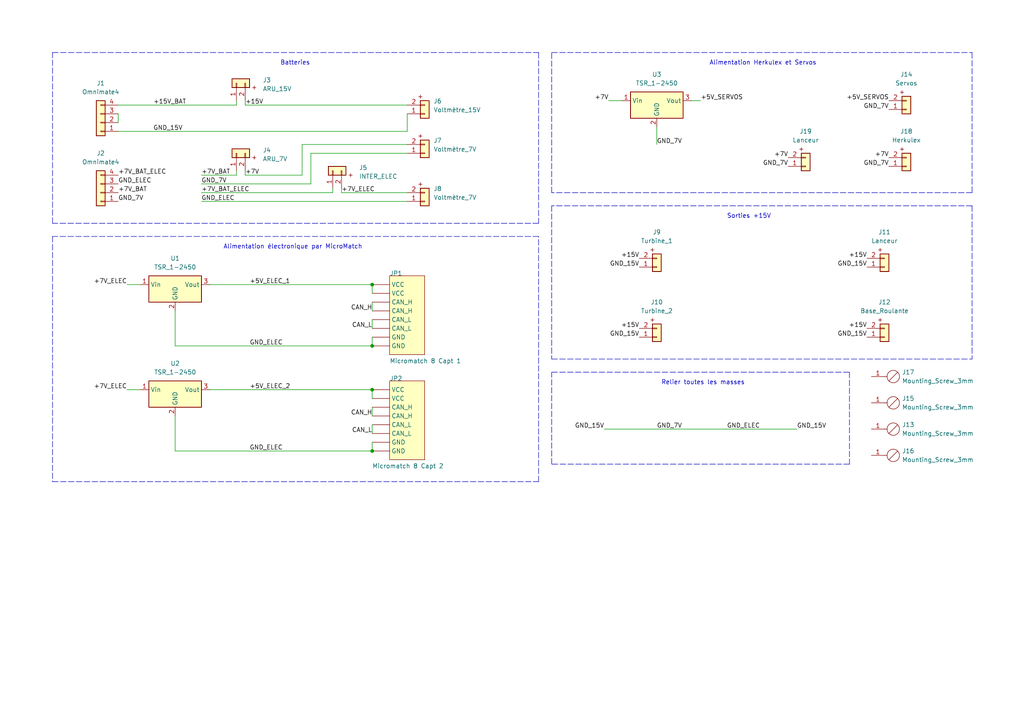
<source format=kicad_sch>
(kicad_sch (version 20211123) (generator eeschema)
  (paper "A4")
  (lib_symbols
    (symbol "Regulator_Switching:TSR_1-2450"
      (property "Reference" "U" (at -7.62 6.35 0))
      (property "Value" "TSR_1-2450" (at -1.27 6.35 0))
      (symbol "TSR_1-2450_0_1"
        (rectangle (start -7.62 5.08) (end 7.62 -2.54) (stroke (width 0.254)) (fill (type background)))
      )
      (symbol "TSR_1-2450_1_1"
        (pin power_in line (at -10.16 2.54 0) (length 2.54) (name "Vin") (number "1"))
        (pin power_in line (at 0 -5.08 90) (length 2.54) (name "GND") (number "2"))
        (pin power_out line (at 10.16 2.54 180) (length 2.54) (name "Vout") (number "3"))
      )
    )
    (symbol "SymbGamelGe2_v6:Mounting_Screw_3mm" (pin_names (offset 1.016) hide)
      (property "Reference" "J" (at 0 2.54 0))
      (property "Value" "Mounting_Screw_3mm" (at 1.27 -2.54 0))
      (symbol "Mounting_Screw_3mm_0_1"
        (polyline (pts (xy 0 -1.27) (xy 2.54 1.27)))
        (circle (center 1.27 0) (radius 1.8034))
      )
      (symbol "Mounting_Screw_3mm_1_1"
        (polyline (pts (xy -1.27 0) (xy -0.508 0)) (stroke (width 0.1524)))
        (pin passive line (at -5.08 0 0) (length 3.81) (name "Pin_1") (number "1"))
      )
    )
    (symbol "SymbGamelGe2_v6:Omnimate2" (pin_names (offset 1.016) hide)
      (property "Reference" "J" (at -1.27 2.54 0))
      (property "Value" "Omnimate2" (at 0 -5.08 0))
      (symbol "Omnimate2_0_0"
        (text "+" (at 1.27 2.54 0) (effects (font (size 1.27 1.27))))
      )
      (symbol "Omnimate2_1_1"
        (rectangle (start -1.27 1.27) (end 1.27 -3.81) (stroke (width 0.254)) (fill (type background)))
        (rectangle (start 0 -2.413) (end 1.27 -2.667) (stroke (width 0.1524)))
        (rectangle (start 0 0.127) (end 1.27 -0.127) (stroke (width 0.1524)))
        (pin passive line (at 5.08 -2.54 180) (length 3.81) (name "Pin_1") (number "1"))
        (pin passive line (at 5.08 0 180) (length 3.81) (name "Pin_2") (number "2"))
      )
    )
    (symbol "SymbGamelGe2_v6:Omnimate4" (pin_names (offset 1.016) hide)
      (property "Reference" "J" (at 0 5.08 0))
      (property "Value" "Omnimate4" (at 0 -7.62 0))
      (symbol "Omnimate4_1_1"
        (rectangle (start -1.27 -4.953) (end 0 -5.207) (stroke (width 0.1524)))
        (rectangle (start -1.27 -2.413) (end 0 -2.667) (stroke (width 0.1524)))
        (rectangle (start -1.27 0.127) (end 0 -0.127) (stroke (width 0.1524)))
        (rectangle (start -1.27 2.667) (end 0 2.413) (stroke (width 0.1524)))
        (rectangle (start -1.27 3.81) (end 1.27 -6.35) (stroke (width 0.254)) (fill (type background)))
        (pin passive line (at -5.08 2.54 0) (length 3.81) (name "Pin_1") (number "1"))
        (pin passive line (at -5.08 0 0) (length 3.81) (name "Pin_2") (number "2"))
        (pin passive line (at -5.08 -2.54 0) (length 3.81) (name "Pin_3") (number "3"))
        (pin passive line (at -5.08 -5.08 0) (length 3.81) (name "Pin_4") (number "4"))
      )
    )
    (symbol "WifiCAN-altium-import:0_Conn. - CAN"
      (property "Value" "0_Conn. - CAN" (at 0 0 0))
      (symbol "0_Conn. - CAN_1_0"
        (rectangle (start 15.24 5.08) (end 5.08 -17.78) (fill (type background)))
        (pin passive line (at 0 0 0) (length 5.08) (name "VCC") (number "1"))
        (pin passive line (at 0 -12.7 0) (length 5.08) (name "GND") (number "2"))
        (pin passive line (at 0 -10.16 0) (length 5.08) (name "CAN_L") (number "3"))
        (pin passive line (at 0 -5.08 0) (length 5.08) (name "CAN_H") (number "4"))
        (pin passive line (at 0 -2.54 0) (length 5.08) (name "CAN_H") (number "5"))
        (pin passive line (at 0 -7.62 0) (length 5.08) (name "CAN_L") (number "6"))
        (pin passive line (at 0 -15.24 0) (length 5.08) (name "GND") (number "7"))
        (pin passive line (at 0 2.54 0) (length 5.08) (name "VCC") (number "8"))
      )
    )
  )
  (junction (at 107.95 130.81))
  (junction (at 107.95 100.33))
  (junction (at 107.95 113.03))
  (junction (at 107.95 82.55))
  (wire (pts (xy 107.95 128.27) (xy 107.95 130.81)))
  (wire (pts (xy 90.17 44.45) (xy 90.17 53.34)))
  (polyline (pts (xy 281.94 59.69) (xy 281.94 104.14)))
  (polyline (pts (xy 281.94 59.69) (xy 160.02 59.69)))
  (wire (pts (xy 118.11 33.02) (xy 118.11 38.1)))
  (polyline (pts (xy 160.02 59.69) (xy 160.02 104.14)))
  (wire (pts (xy 34.29 30.48) (xy 68.58 30.48)))
  (wire (pts (xy 107.95 97.79) (xy 107.95 100.33)))
  (wire (pts (xy 58.42 50.8) (xy 68.58 50.8)))
  (wire (pts (xy 36.83 113.03) (xy 40.64 113.03)))
  (polyline (pts (xy 15.24 15.24) (xy 156.21 15.24)))
  (wire (pts (xy 71.12 30.48) (xy 118.11 30.48)))
  (wire (pts (xy 96.52 54.61) (xy 96.52 55.88)))
  (wire (pts (xy 50.8 100.33) (xy 107.95 100.33)))
  (polyline (pts (xy 160.02 107.95) (xy 246.38 107.95)))
  (wire (pts (xy 50.8 90.17) (xy 50.8 100.33)))
  (polyline (pts (xy 281.94 15.24) (xy 281.94 55.88)))
  (wire (pts (xy 87.63 50.8) (xy 71.12 50.8)))
  (polyline (pts (xy 15.24 64.77) (xy 15.24 15.24)))
  (wire (pts (xy 71.12 30.48) (xy 71.12 29.21)))
  (wire (pts (xy 99.06 55.88) (xy 99.06 54.61)))
  (wire (pts (xy 58.42 58.42) (xy 118.11 58.42)))
  (wire (pts (xy 107.95 123.19) (xy 107.95 125.73)))
  (polyline (pts (xy 15.24 139.7) (xy 156.21 139.7)))
  (polyline (pts (xy 246.38 107.95) (xy 246.38 134.62)))
  (polyline (pts (xy 156.21 64.77) (xy 15.24 64.77)))
  (polyline (pts (xy 156.21 139.7) (xy 156.21 68.58)))
  (wire (pts (xy 107.95 87.63) (xy 107.95 90.17)))
  (wire (pts (xy 34.29 38.1) (xy 118.11 38.1)))
  (wire (pts (xy 34.29 33.02) (xy 34.29 35.56)))
  (polyline (pts (xy 160.02 104.14) (xy 281.94 104.14)))
  (wire (pts (xy 118.11 44.45) (xy 90.17 44.45)))
  (wire (pts (xy 175.26 124.46) (xy 231.14 124.46)))
  (wire (pts (xy 107.95 113.03) (xy 107.95 115.57)))
  (polyline (pts (xy 156.21 68.58) (xy 15.24 68.58)))
  (wire (pts (xy 190.5 41.91) (xy 190.5 36.83)))
  (wire (pts (xy 68.58 29.21) (xy 68.58 30.48)))
  (polyline (pts (xy 281.94 55.88) (xy 160.02 55.88)))
  (polyline (pts (xy 160.02 134.62) (xy 160.02 107.95)))
  (wire (pts (xy 107.95 82.55) (xy 107.95 85.09)))
  (wire (pts (xy 36.83 82.55) (xy 40.64 82.55)))
  (wire (pts (xy 118.11 41.91) (xy 87.63 41.91)))
  (wire (pts (xy 60.96 82.55) (xy 107.95 82.55)))
  (wire (pts (xy 176.53 29.21) (xy 180.34 29.21)))
  (wire (pts (xy 107.95 118.11) (xy 107.95 120.65)))
  (wire (pts (xy 99.06 55.88) (xy 118.11 55.88)))
  (polyline (pts (xy 160.02 15.24) (xy 281.94 15.24)))
  (wire (pts (xy 50.8 120.65) (xy 50.8 130.81)))
  (wire (pts (xy 50.8 130.81) (xy 107.95 130.81)))
  (polyline (pts (xy 15.24 68.58) (xy 15.24 139.7)))
  (wire (pts (xy 71.12 49.53) (xy 71.12 50.8)))
  (wire (pts (xy 58.42 55.88) (xy 96.52 55.88)))
  (wire (pts (xy 107.95 92.71) (xy 107.95 95.25)))
  (polyline (pts (xy 246.38 134.62) (xy 160.02 134.62)))
  (polyline (pts (xy 160.02 55.88) (xy 160.02 15.24)))
  (polyline (pts (xy 156.21 15.24) (xy 156.21 64.77)))
  (wire (pts (xy 203.2 29.21) (xy 200.66 29.21)))
  (wire (pts (xy 58.42 53.34) (xy 90.17 53.34)))
  (wire (pts (xy 60.96 113.03) (xy 107.95 113.03)))
  (wire (pts (xy 87.63 41.91) (xy 87.63 50.8)))
  (wire (pts (xy 68.58 49.53) (xy 68.58 50.8)))
  (text "Alimentation Herkulex et Servos\n" (at 205.74 19.05 0) (effects (font (size 1.27 1.27)) (justify left bottom)))
  (text "Batteries\n" (at 81.28 19.05 0) (effects (font (size 1.27 1.27)) (justify left bottom)))
  (text "Sorties +15V\n" (at 210.82 63.5 0) (effects (font (size 1.27 1.27)) (justify left bottom)))
  (text "Relier toutes les masses" (at 191.77 111.76 0) (effects (font (size 1.27 1.27)) (justify left bottom)))
  (text "Alimentation électronique par MicroMatch" (at 64.77 72.39 0) (effects (font (size 1.27 1.27)) (justify left bottom)))
  (label "GND_7V" (at 58.42 53.34 0))
  (label "CAN_L" (at 107.95 95.25 180))
  (label "+7V_BAT" (at 58.42 50.8 0))
  (label "CAN_H" (at 107.95 120.65 180))
  (label "+15V" (at 71.12 30.48 0))
  (label "+7V_BAT" (at 34.29 55.88 0))
  (label "+7V_BAT_ELEC" (at 58.42 55.88 0))
  (label "+15V" (at 185.42 95.25 180))
  (label "GND_ELEC" (at 58.42 58.42 0))
  (label "CAN_L" (at 107.95 125.73 180))
  (label "+5V_ELEC_2" (at 72.39 113.03 0))
  (label "GND_15V" (at 175.26 124.46 180))
  (label "+7V" (at 176.53 29.21 180))
  (label "GND_ELEC" (at 210.82 124.46 0))
  (label "+15V" (at 251.46 95.25 180))
  (label "GND_ELEC" (at 72.39 100.33 0))
  (label "GND_7V" (at 34.29 58.42 0))
  (label "GND_15V" (at 185.42 97.79 180))
  (label "GND_15V" (at 185.42 77.47 180))
  (label "GND_7V" (at 257.81 31.75 180))
  (label "+5V_SERVOS" (at 203.2 29.21 0))
  (label "GND_15V" (at 251.46 77.47 180))
  (label "+7V" (at 228.6 45.72 180))
  (label "+7V_ELEC" (at 36.83 113.03 180))
  (label "GND_ELEC" (at 34.29 53.34 0))
  (label "GND_7V" (at 228.6 48.26 180))
  (label "GND_15V" (at 251.46 97.79 180))
  (label "+15V" (at 185.42 74.93 180))
  (label "+7V" (at 71.12 50.8 0))
  (label "GND_ELEC" (at 72.39 130.81 0))
  (label "+7V_ELEC" (at 99.06 55.88 0))
  (label "+7V_BAT_ELEC" (at 34.29 50.8 0))
  (label "+15V" (at 251.46 74.93 180))
  (label "+7V" (at 257.81 45.72 180))
  (label "GND_15V" (at 231.14 124.46 0))
  (label "GND_7V" (at 257.81 48.26 180))
  (label "+15V_BAT" (at 44.45 30.48 0))
  (label "+5V_ELEC_1" (at 72.39 82.55 0))
  (label "GND_7V" (at 190.5 41.91 0))
  (label "+7V_ELEC" (at 36.83 82.55 180))
  (label "CAN_H" (at 107.95 90.17 180))
  (label "GND_15V" (at 44.45 38.1 0))
  (label "+5V_SERVOS" (at 257.81 29.21 180))
  (label "GND_7V" (at 190.5 124.46 0))
  (symbol (lib_id "SymbGamelGe2_v6:Omnimate2") (at 256.54 95.25 0) (mirror y) (unit 1)
    (property "Reference" "J12" (at 256.54 87.63 0))
    (property "Value" "Base_Roulante" (at 256.54 90.17 0))
    (property "Footprint" "FootprintGamelGe2_v6:OmnimateSL-5,08_1x02_P5.08mm_Vertical" (effects hide))
  )
  (symbol (lib_id "Regulator_Switching:TSR_1-2450") (at 50.8 85.09 0) (unit 1)
    (property "Reference" "U1" (at 50.8 74.93 0))
    (property "Value" "TSR_1-2450" (at 50.8 77.47 0))
    (property "Footprint" "Converter_DCDC:Converter_DCDC_TRACO_TSR-1_THT" (effects hide))
    (property "Datasheet" "http://www.tracopower.com/products/tsr1.pdf" (effects hide))
  )
  (symbol (lib_id "SymbGamelGe2_v6:Mounting_Screw_3mm") (at 257.81 132.08 0) (unit 1)
    (property "Reference" "J16" (at 261.62 130.8099 0) (effects (justify left)))
    (property "Value" "Mounting_Screw_3mm" (at 261.62 133.3499 0) (effects (justify left)))
    (property "Footprint" "FootprintGamelGe2_v6:Mounting_Screw_3mm" (effects hide))
  )
  (symbol (lib_id "SymbGamelGe2_v6:Omnimate2") (at 190.5 95.25 0) (mirror y) (unit 1)
    (property "Reference" "J10" (at 190.5 87.63 0))
    (property "Value" "Turbine_2" (at 190.5 90.17 0))
    (property "Footprint" "FootprintGamelGe2_v6:OmnimateSL-5,08_1x02_P5.08mm_Vertical" (effects hide))
  )
  (symbol (lib_id "SymbGamelGe2_v6:Omnimate2") (at 256.54 74.93 0) (mirror y) (unit 1)
    (property "Reference" "J11" (at 256.54 67.31 0))
    (property "Value" "Lanceur" (at 256.54 69.85 0))
    (property "Footprint" "FootprintGamelGe2_v6:OmnimateSL-5,08_1x02_P5.08mm_Vertical" (effects hide))
  )
  (symbol (lib_id "SymbGamelGe2_v6:Mounting_Screw_3mm") (at 257.81 116.84 0) (unit 1)
    (property "Reference" "J15" (at 261.62 115.5699 0) (effects (justify left)))
    (property "Value" "Mounting_Screw_3mm" (at 261.62 118.1099 0) (effects (justify left)))
    (property "Footprint" "FootprintGamelGe2_v6:Mounting_Screw_3mm" (effects hide))
  )
  (symbol (lib_id "SymbGamelGe2_v6:Omnimate2") (at 262.89 29.21 0) (mirror y) (unit 1)
    (property "Reference" "J14" (at 262.89 21.59 0))
    (property "Value" "Servos" (at 262.89 24.13 0))
    (property "Footprint" "FootprintGamelGe2_v6:OmnimateSL-5,08_1x02_P5.08mm_Vertical" (effects hide))
  )
  (symbol (lib_id "WifiCAN-altium-import:0_Conn. - CAN") (at 107.95 115.57 0) (unit 1)
    (property "Reference" "JP2" (at 113.03 110.49 0) (effects (justify left bottom)))
    (property "Value" "Micromatch 8 Capt 2" (at 107.95 135.89 0) (effects (justify left bottom)))
    (property "Footprint" "MM 8 CMS F" (effects hide))
    (property "COMPONENTLINK1URL" "http://www.tycoelectronics.com/commerce/DocumentDelivery/DDEController?Action=srchrtrv&DocNm=215083&DocType=Customer+Drawing&DocLang=English" (effects hide))
    (property "COMPONENTLINK1DESCRIPTION" "Datasheet" (effects hide))
    (property "SUPPLIER 1" "Farnell" (effects hide))
    (property "SUPPLIER PART NUMBER 1" "3784733" (effects hide))
    (property "MANUFACTURER" "TE CONNECTIVITY / AMP" (effects hide))
    (property "MANUFACTURER PART NUMBER" "7-188275-8" (effects hide))
    (property "ROHS" "YES" (effects hide))
    (property "STOCK 1" "13392" (effects hide))
    (property "PRICING 1" "10=0,92, 250=0,72, 900=0,64 (EUR)" (effects hide))
    (property "SÉRIE" "Micro-MaTch" (effects hide))
    (property "PAS" "1.27" (effects hide))
    (property "NOMBRE DE RANGÉES" "1" (effects hide))
    (property "NOMBRE DE CONTACTS" "8" (effects hide))
    (property "GENRE" "Embase" (effects hide))
    (property "TERMINAISON DU CONTACT" "Montage en surface vertical" (effects hide))
    (property "PLAQUAGE DU CONTACT" "Tin" (effects hide))
    (property "MATÉRIAU DU CONTACT" "Bronze phosphoreux" (effects hide))
    (property "CONNECTOR TYPE" "Board to Board" (effects hide))
    (property "COURANT DE CONTACT" "1.5" (effects hide))
    (property "MATIÈRE, CONTACT" "Bronze phosphoreux" (effects hide))
    (property "MÉTHODE DE TERMINAISON" "Solder" (effects hide))
    (property "NOMBRE DE PÂLES" "8" (effects hide))
    (property "NOMBRE DE VOIES" "8" (effects hide))
    (property "NUMÉRO AWG MAX.." "28" (effects hide))
    (property "PLAQUAGE CONTACT" "Etain / Plomb" (effects hide))
    (property "RÉSISTANCE, CONTACT" "50" (effects hide))
    (property "TEMPÉRATURE DE FONCTIONNEMENT MAX.." "105" (effects hide))
    (property "TEMPÉRATURE D'UTILISATION MIN" "-40" (effects hide))
    (property "TENSION C.A." "230" (effects hide))
    (property "TYPE DE BOITIER" "Polyester chargé verre" (effects hide))
    (property "TYPE DE CONNECTEUR" "Carte-à-carte" (effects hide))
    (property "COMPONENTLINK2URL" "http://www.tycoelectronics.com/commerce/DocumentDelivery/DDEController?Action=srchrtrv&DocNm=7-188275-8&DocType=Customer+View+Model&DocLang=English" (effects hide))
    (property "COMPONENTLINK2DESCRIPTION" "http://www.tycoelectronics.com/commerce/DocumentDelivery/DDEController?Action=srchrtrv&DocNm=7-188275-8&DocType=Customer+View+Model&DocLang=English" (effects hide))
    (property "COMPONENTLINK3URL" "http://www.farnell.com/datasheets/102135.pdf" (effects hide))
    (property "COMPONENTLINK3DESCRIPTION" "http://www.farnell.com/datasheets/102135.pdf" (effects hide))
  )
  (symbol (lib_id "SymbGamelGe2_v6:Omnimate2") (at 123.19 55.88 0) (mirror y) (unit 1)
    (property "Reference" "J8" (at 125.73 54.7376 0) (effects (justify right)))
    (property "Value" "Voltmètre_7V" (at 125.73 57.2776 0) (effects (justify right)))
    (property "Footprint" "FootprintGamelGe2_v6:OmnimateSL-5,08_1x02_P5.08mm_Vertical" (effects hide))
  )
  (symbol (lib_id "SymbGamelGe2_v6:Omnimate2") (at 262.89 45.72 0) (mirror y) (unit 1)
    (property "Reference" "J18" (at 262.89 38.1 0))
    (property "Value" "Herkulex" (at 262.89 40.64 0))
    (property "Footprint" "FootprintGamelGe2_v6:OmnimateSL-5,08_1x02_P5.08mm_Vertical" (effects hide))
  )
  (symbol (lib_id "WifiCAN-altium-import:0_Conn. - CAN") (at 107.95 85.09 0) (unit 1)
    (property "Reference" "JP1" (at 113.03 80.01 0) (effects (justify left bottom)))
    (property "Value" "Micromatch 8 Capt 1" (at 113.03 105.41 0) (effects (justify left bottom)))
    (property "Footprint" "MM 8 CMS F" (effects hide))
    (property "COMPONENTLINK1URL" "http://www.tycoelectronics.com/commerce/DocumentDelivery/DDEController?Action=srchrtrv&DocNm=215083&DocType=Customer+Drawing&DocLang=English" (effects hide))
    (property "COMPONENTLINK1DESCRIPTION" "Datasheet" (effects hide))
    (property "SUPPLIER 1" "Farnell" (effects hide))
    (property "SUPPLIER PART NUMBER 1" "3784733" (effects hide))
    (property "MANUFACTURER" "TE CONNECTIVITY / AMP" (effects hide))
    (property "MANUFACTURER PART NUMBER" "7-188275-8" (effects hide))
    (property "ROHS" "YES" (effects hide))
    (property "STOCK 1" "13392" (effects hide))
    (property "PRICING 1" "10=0,92, 250=0,72, 900=0,64 (EUR)" (effects hide))
    (property "SÉRIE" "Micro-MaTch" (effects hide))
    (property "PAS" "1.27" (effects hide))
    (property "NOMBRE DE RANGÉES" "1" (effects hide))
    (property "NOMBRE DE CONTACTS" "8" (effects hide))
    (property "GENRE" "Embase" (effects hide))
    (property "TERMINAISON DU CONTACT" "Montage en surface vertical" (effects hide))
    (property "PLAQUAGE DU CONTACT" "Tin" (effects hide))
    (property "MATÉRIAU DU CONTACT" "Bronze phosphoreux" (effects hide))
    (property "CONNECTOR TYPE" "Board to Board" (effects hide))
    (property "COURANT DE CONTACT" "1.5" (effects hide))
    (property "MATIÈRE, CONTACT" "Bronze phosphoreux" (effects hide))
    (property "MÉTHODE DE TERMINAISON" "Solder" (effects hide))
    (property "NOMBRE DE PÂLES" "8" (effects hide))
    (property "NOMBRE DE VOIES" "8" (effects hide))
    (property "NUMÉRO AWG MAX.." "28" (effects hide))
    (property "PLAQUAGE CONTACT" "Etain / Plomb" (effects hide))
    (property "RÉSISTANCE, CONTACT" "50" (effects hide))
    (property "TEMPÉRATURE DE FONCTIONNEMENT MAX.." "105" (effects hide))
    (property "TEMPÉRATURE D'UTILISATION MIN" "-40" (effects hide))
    (property "TENSION C.A." "230" (effects hide))
    (property "TYPE DE BOITIER" "Polyester chargé verre" (effects hide))
    (property "TYPE DE CONNECTEUR" "Carte-à-carte" (effects hide))
    (property "COMPONENTLINK2URL" "http://www.tycoelectronics.com/commerce/DocumentDelivery/DDEController?Action=srchrtrv&DocNm=7-188275-8&DocType=Customer+View+Model&DocLang=English" (effects hide))
    (property "COMPONENTLINK2DESCRIPTION" "http://www.tycoelectronics.com/commerce/DocumentDelivery/DDEController?Action=srchrtrv&DocNm=7-188275-8&DocType=Customer+View+Model&DocLang=English" (effects hide))
    (property "COMPONENTLINK3URL" "http://www.farnell.com/datasheets/102135.pdf" (effects hide))
    (property "COMPONENTLINK3DESCRIPTION" "http://www.farnell.com/datasheets/102135.pdf" (effects hide))
  )
  (symbol (lib_id "SymbGamelGe2_v6:Mounting_Screw_3mm") (at 257.81 124.46 0) (unit 1)
    (property "Reference" "J13" (at 261.62 123.1899 0) (effects (justify left)))
    (property "Value" "Mounting_Screw_3mm" (at 261.62 125.7299 0) (effects (justify left)))
    (property "Footprint" "FootprintGamelGe2_v6:Mounting_Screw_3mm" (effects hide))
  )
  (symbol (lib_id "SymbGamelGe2_v6:Omnimate2") (at 123.19 41.91 0) (mirror y) (unit 1)
    (property "Reference" "J7" (at 125.73 40.7676 0) (effects (justify right)))
    (property "Value" "Voltmètre_7V" (at 125.73 43.3076 0) (effects (justify right)))
    (property "Footprint" "FootprintGamelGe2_v6:OmnimateSL-5,08_1x02_P5.08mm_Vertical" (effects hide))
  )
  (symbol (lib_id "SymbGamelGe2_v6:Omnimate2") (at 233.68 45.72 0) (mirror y) (unit 1)
    (property "Reference" "J19" (at 233.68 38.1 0))
    (property "Value" "Lanceur" (at 233.68 40.64 0))
    (property "Footprint" "FootprintGamelGe2_v6:OmnimateSL-5,08_1x02_P5.08mm_Vertical" (effects hide))
  )
  (symbol (lib_id "SymbGamelGe2_v6:Omnimate2") (at 190.5 74.93 0) (mirror y) (unit 1)
    (property "Reference" "J9" (at 190.5 67.31 0))
    (property "Value" "Turbine_1" (at 190.5 69.85 0))
    (property "Footprint" "FootprintGamelGe2_v6:OmnimateSL-5,08_1x02_P5.08mm_Vertical" (effects hide))
  )
  (symbol (lib_id "Regulator_Switching:TSR_1-2450") (at 190.5 31.75 0) (unit 1)
    (property "Reference" "U3" (at 190.5 21.59 0))
    (property "Value" "TSR_1-2450" (at 190.5 24.13 0))
    (property "Footprint" "Converter_DCDC:Converter_DCDC_TRACO_TSR-1_THT" (effects hide))
    (property "Datasheet" "http://www.tracopower.com/products/tsr1.pdf" (effects hide))
  )
  (symbol (lib_id "Regulator_Switching:TSR_1-2450") (at 50.8 115.57 0) (unit 1)
    (property "Reference" "U2" (at 50.8 105.41 0))
    (property "Value" "TSR_1-2450" (at 50.8 107.95 0))
    (property "Footprint" "Converter_DCDC:Converter_DCDC_TRACO_TSR-1_THT" (effects hide))
    (property "Datasheet" "http://www.tracopower.com/products/tsr1.pdf" (effects hide))
  )
  (symbol (lib_id "SymbGamelGe2_v6:Omnimate2") (at 123.19 30.48 0) (mirror y) (unit 1)
    (property "Reference" "J6" (at 125.73 29.3376 0) (effects (justify right)))
    (property "Value" "Voltmètre_15V" (at 125.73 31.8776 0) (effects (justify right)))
    (property "Footprint" "FootprintGamelGe2_v6:OmnimateSL-5,08_1x02_P5.08mm_Vertical" (effects hide))
  )
  (symbol (lib_id "SymbGamelGe2_v6:Mounting_Screw_3mm") (at 257.81 109.22 0) (unit 1)
    (property "Reference" "J17" (at 261.62 107.9499 0) (effects (justify left)))
    (property "Value" "Mounting_Screw_3mm" (at 261.62 110.4899 0) (effects (justify left)))
    (property "Footprint" "FootprintGamelGe2_v6:Mounting_Screw_3mm" (effects hide))
  )
  (symbol (lib_id "SymbGamelGe2_v6:Omnimate4") (at 29.21 55.88 180) (unit 1)
    (property "Reference" "J2" (at 29.21 44.45 0))
    (property "Value" "Omnimate4" (at 29.21 46.99 0))
    (property "Footprint" "FootprintGamelGe2_v6:OmnimateSL-5,08_1x04_P5.08mm_Vertical" (effects hide))
  )
  (symbol (lib_id "SymbGamelGe2_v6:Omnimate2") (at 99.06 49.53 270) (unit 1)
    (property "Reference" "J5" (at 104.14 48.6292 90) (effects (justify left)))
    (property "Value" "INTER_ELEC" (at 104.14 51.1692 90) (effects (justify left)))
    (property "Footprint" "FootprintGamelGe2_v6:OmnimateSL-5,08_1x02_P5.08mm_Vertical" (effects hide))
  )
  (symbol (lib_id "SymbGamelGe2_v6:Omnimate2") (at 71.12 44.45 270) (unit 1)
    (property "Reference" "J4" (at 76.2 43.5492 90) (effects (justify left)))
    (property "Value" "ARU_7V" (at 76.2 46.0892 90) (effects (justify left)))
    (property "Footprint" "FootprintGamelGe2_v6:OmnimateSL-5,08_1x02_P5.08mm_Vertical" (effects hide))
  )
  (symbol (lib_id "SymbGamelGe2_v6:Omnimate2") (at 71.12 24.13 270) (unit 1)
    (property "Reference" "J3" (at 76.2 23.2292 90) (effects (justify left)))
    (property "Value" "ARU_15V" (at 76.2 25.7692 90) (effects (justify left)))
    (property "Footprint" "FootprintGamelGe2_v6:OmnimateSL-5,08_1x02_P5.08mm_Vertical" (effects hide))
  )
  (symbol (lib_id "SymbGamelGe2_v6:Omnimate4") (at 29.21 35.56 180) (unit 1)
    (property "Reference" "J1" (at 29.21 24.13 0))
    (property "Value" "Omnimate4" (at 29.21 26.67 0))
    (property "Footprint" "FootprintGamelGe2_v6:OmnimateSL-5,08_1x04_P5.08mm_Vertical" (effects hide))
  )
)
</source>
